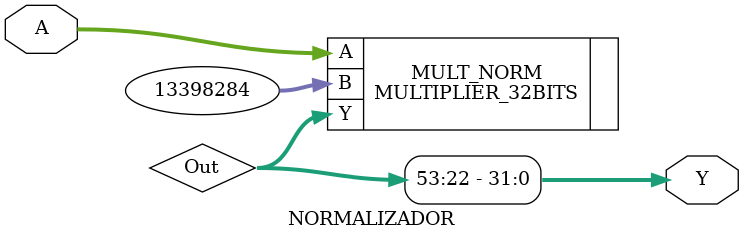
<source format=v>
`timescale 1ns / 1ps


module NORMALIZADOR(
    input wire [31:0] A, //entrada al normalizador 
    output wire [31:0] Y //salida de la normalizacion en coma fija, coma entre el bit 30 y 29
    );

wire [61:0] Out;      
    
    MULTIPLIER_32BITS MULT_NORM(
        .A(A),
        //.B(32'b00000001110010011110000110110000),
        .B(32'b00000000110011000111000100001100),//0.199641     1/valor maximo 
        .Y(Out)
        );

assign Y = Out[54:22];    

endmodule

</source>
